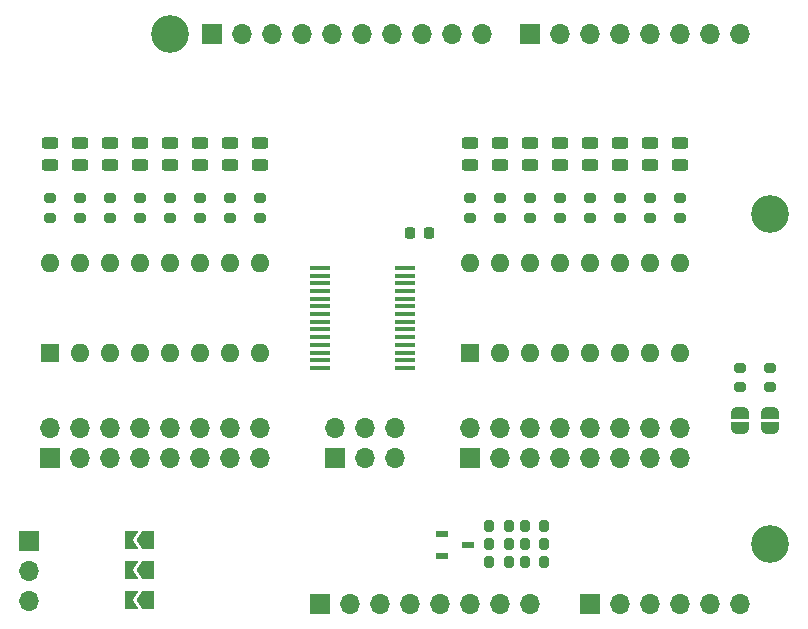
<source format=gbr>
%TF.GenerationSoftware,KiCad,Pcbnew,9.0.6*%
%TF.CreationDate,2026-01-18T16:02:07+09:00*%
%TF.ProjectId,mcp23017_testboard_arduino,6d637032-3330-4313-975f-74657374626f,rev?*%
%TF.SameCoordinates,Original*%
%TF.FileFunction,Soldermask,Top*%
%TF.FilePolarity,Negative*%
%FSLAX46Y46*%
G04 Gerber Fmt 4.6, Leading zero omitted, Abs format (unit mm)*
G04 Created by KiCad (PCBNEW 9.0.6) date 2026-01-18 16:02:07*
%MOMM*%
%LPD*%
G01*
G04 APERTURE LIST*
G04 Aperture macros list*
%AMRoundRect*
0 Rectangle with rounded corners*
0 $1 Rounding radius*
0 $2 $3 $4 $5 $6 $7 $8 $9 X,Y pos of 4 corners*
0 Add a 4 corners polygon primitive as box body*
4,1,4,$2,$3,$4,$5,$6,$7,$8,$9,$2,$3,0*
0 Add four circle primitives for the rounded corners*
1,1,$1+$1,$2,$3*
1,1,$1+$1,$4,$5*
1,1,$1+$1,$6,$7*
1,1,$1+$1,$8,$9*
0 Add four rect primitives between the rounded corners*
20,1,$1+$1,$2,$3,$4,$5,0*
20,1,$1+$1,$4,$5,$6,$7,0*
20,1,$1+$1,$6,$7,$8,$9,0*
20,1,$1+$1,$8,$9,$2,$3,0*%
%AMFreePoly0*
4,1,23,0.500000,-0.750000,0.000000,-0.750000,0.000000,-0.745722,-0.065263,-0.745722,-0.191342,-0.711940,-0.304381,-0.646677,-0.396677,-0.554381,-0.461940,-0.441342,-0.495722,-0.315263,-0.495722,-0.250000,-0.500000,-0.250000,-0.500000,0.250000,-0.495722,0.250000,-0.495722,0.315263,-0.461940,0.441342,-0.396677,0.554381,-0.304381,0.646677,-0.191342,0.711940,-0.065263,0.745722,0.000000,0.745722,
0.000000,0.750000,0.500000,0.750000,0.500000,-0.750000,0.500000,-0.750000,$1*%
%AMFreePoly1*
4,1,23,0.000000,0.745722,0.065263,0.745722,0.191342,0.711940,0.304381,0.646677,0.396677,0.554381,0.461940,0.441342,0.495722,0.315263,0.495722,0.250000,0.500000,0.250000,0.500000,-0.250000,0.495722,-0.250000,0.495722,-0.315263,0.461940,-0.441342,0.396677,-0.554381,0.304381,-0.646677,0.191342,-0.711940,0.065263,-0.745722,0.000000,-0.745722,0.000000,-0.750000,-0.500000,-0.750000,
-0.500000,0.750000,0.000000,0.750000,0.000000,0.745722,0.000000,0.745722,$1*%
%AMFreePoly2*
4,1,6,1.000000,0.000000,0.500000,-0.750000,-0.500000,-0.750000,-0.500000,0.750000,0.500000,0.750000,1.000000,0.000000,1.000000,0.000000,$1*%
%AMFreePoly3*
4,1,6,0.500000,-0.750000,-0.650000,-0.750000,-0.150000,0.000000,-0.650000,0.750000,0.500000,0.750000,0.500000,-0.750000,0.500000,-0.750000,$1*%
G04 Aperture macros list end*
%ADD10R,1.700000X1.700000*%
%ADD11O,1.700000X1.700000*%
%ADD12RoundRect,0.200000X-0.275000X0.200000X-0.275000X-0.200000X0.275000X-0.200000X0.275000X0.200000X0*%
%ADD13R,1.600000X1.600000*%
%ADD14O,1.600000X1.600000*%
%ADD15RoundRect,0.243750X-0.456250X0.243750X-0.456250X-0.243750X0.456250X-0.243750X0.456250X0.243750X0*%
%ADD16R,1.100000X0.600000*%
%ADD17FreePoly0,270.000000*%
%ADD18FreePoly1,270.000000*%
%ADD19RoundRect,0.200000X0.275000X-0.200000X0.275000X0.200000X-0.275000X0.200000X-0.275000X-0.200000X0*%
%ADD20FreePoly2,180.000000*%
%ADD21FreePoly3,180.000000*%
%ADD22RoundRect,0.200000X-0.200000X-0.275000X0.200000X-0.275000X0.200000X0.275000X-0.200000X0.275000X0*%
%ADD23C,3.200000*%
%ADD24R,1.750000X0.450000*%
%ADD25RoundRect,0.225000X0.225000X0.250000X-0.225000X0.250000X-0.225000X-0.250000X0.225000X-0.250000X0*%
G04 APERTURE END LIST*
D10*
%TO.C,J1*%
X127940000Y-97460000D03*
D11*
X130480000Y-97460000D03*
X133020000Y-97460000D03*
X135560000Y-97460000D03*
X138100000Y-97460000D03*
X140640000Y-97460000D03*
X143180000Y-97460000D03*
X145720000Y-97460000D03*
%TD*%
D10*
%TO.C,J3*%
X150800000Y-97460000D03*
D11*
X153340000Y-97460000D03*
X155880000Y-97460000D03*
X158420000Y-97460000D03*
X160960000Y-97460000D03*
X163500000Y-97460000D03*
%TD*%
D10*
%TO.C,J2*%
X118796000Y-49200000D03*
D11*
X121336000Y-49200000D03*
X123876000Y-49200000D03*
X126416000Y-49200000D03*
X128956000Y-49200000D03*
X131496000Y-49200000D03*
X134036000Y-49200000D03*
X136576000Y-49200000D03*
X139116000Y-49200000D03*
X141656000Y-49200000D03*
%TD*%
D10*
%TO.C,J4*%
X145720000Y-49200000D03*
D11*
X148260000Y-49200000D03*
X150800000Y-49200000D03*
X153340000Y-49200000D03*
X155880000Y-49200000D03*
X158420000Y-49200000D03*
X160960000Y-49200000D03*
X163500000Y-49200000D03*
%TD*%
D12*
%TO.C,R1*%
X163500000Y-77470000D03*
X163500000Y-79120000D03*
%TD*%
D10*
%TO.C,J5*%
X129210000Y-85090000D03*
D11*
X129210000Y-82550000D03*
X131750000Y-85090000D03*
X131750000Y-82550000D03*
X134290000Y-85090000D03*
X134290000Y-82550000D03*
%TD*%
D13*
%TO.C,SW1*%
X140640000Y-76200000D03*
D14*
X143180000Y-76200000D03*
X145720000Y-76200000D03*
X148260000Y-76200000D03*
X150800000Y-76200000D03*
X153340000Y-76200000D03*
X155880000Y-76200000D03*
X158420000Y-76200000D03*
X158420000Y-68580000D03*
X155880000Y-68580000D03*
X153340000Y-68580000D03*
X150800000Y-68580000D03*
X148260000Y-68580000D03*
X145720000Y-68580000D03*
X143180000Y-68580000D03*
X140640000Y-68580000D03*
%TD*%
D15*
%TO.C,D16*%
X122860000Y-58420000D03*
X122860000Y-60295000D03*
%TD*%
D16*
%TO.C,Q1*%
X138207000Y-91506000D03*
X138207000Y-93406000D03*
X140407000Y-92456000D03*
%TD*%
D17*
%TO.C,JP2*%
X166040000Y-81280000D03*
D18*
X166040000Y-82580000D03*
%TD*%
D15*
%TO.C,D5*%
X150800000Y-58420000D03*
X150800000Y-60295000D03*
%TD*%
D19*
%TO.C,R11*%
X153325000Y-64770000D03*
X153325000Y-63120000D03*
%TD*%
D17*
%TO.C,JP1*%
X163500000Y-81280000D03*
D18*
X163500000Y-82580000D03*
%TD*%
D19*
%TO.C,R8*%
X145705000Y-64770000D03*
X145705000Y-63120000D03*
%TD*%
D15*
%TO.C,D8*%
X158420000Y-58420000D03*
X158420000Y-60295000D03*
%TD*%
D19*
%TO.C,R15*%
X107620000Y-64770000D03*
X107620000Y-63120000D03*
%TD*%
D15*
%TO.C,D1*%
X140640000Y-58420000D03*
X140640000Y-60295000D03*
%TD*%
D19*
%TO.C,R7*%
X143165000Y-64770000D03*
X143165000Y-63120000D03*
%TD*%
D20*
%TO.C,JP7*%
X113335000Y-94615000D03*
D21*
X111885000Y-94615000D03*
%TD*%
D15*
%TO.C,D13*%
X115240000Y-58420000D03*
X115240000Y-60295000D03*
%TD*%
%TO.C,D7*%
X155880000Y-58420000D03*
X155880000Y-60295000D03*
%TD*%
%TO.C,D3*%
X145720000Y-58420000D03*
X145720000Y-60295000D03*
%TD*%
D22*
%TO.C,R4*%
X145262800Y-92379800D03*
X146912800Y-92379800D03*
%TD*%
%TO.C,R23*%
X142241200Y-92379800D03*
X143891200Y-92379800D03*
%TD*%
D15*
%TO.C,D11*%
X110160000Y-58420000D03*
X110160000Y-60295000D03*
%TD*%
D19*
%TO.C,R6*%
X140625000Y-64770000D03*
X140625000Y-63120000D03*
%TD*%
D23*
%TO.C,MH1*%
X115240000Y-49200000D03*
%TD*%
D10*
%TO.C,J8*%
X103302000Y-92090000D03*
D11*
X103302000Y-94630000D03*
X103302000Y-97170000D03*
%TD*%
D22*
%TO.C,R22*%
X142239200Y-90830400D03*
X143889200Y-90830400D03*
%TD*%
D19*
%TO.C,R21*%
X122860000Y-64770000D03*
X122860000Y-63120000D03*
%TD*%
%TO.C,R19*%
X117780000Y-64770000D03*
X117780000Y-63120000D03*
%TD*%
D12*
%TO.C,R2*%
X166040000Y-77470000D03*
X166040000Y-79120000D03*
%TD*%
D19*
%TO.C,R10*%
X150785000Y-64770000D03*
X150785000Y-63120000D03*
%TD*%
D20*
%TO.C,JP8*%
X113335000Y-97155000D03*
D21*
X111885000Y-97155000D03*
%TD*%
D22*
%TO.C,R24*%
X142241200Y-93903800D03*
X143891200Y-93903800D03*
%TD*%
D19*
%TO.C,R17*%
X112700000Y-64770000D03*
X112700000Y-63120000D03*
%TD*%
%TO.C,R16*%
X110160000Y-64770000D03*
X110160000Y-63120000D03*
%TD*%
D15*
%TO.C,D10*%
X107620000Y-58420000D03*
X107620000Y-60295000D03*
%TD*%
%TO.C,D15*%
X120320000Y-58420000D03*
X120320000Y-60295000D03*
%TD*%
D19*
%TO.C,R20*%
X120320000Y-64770000D03*
X120320000Y-63120000D03*
%TD*%
%TO.C,R18*%
X115240000Y-64770000D03*
X115240000Y-63120000D03*
%TD*%
D15*
%TO.C,D14*%
X117780000Y-58420000D03*
X117780000Y-60295000D03*
%TD*%
%TO.C,D4*%
X148260000Y-58420000D03*
X148260000Y-60295000D03*
%TD*%
D10*
%TO.C,J7*%
X105080000Y-85090000D03*
D11*
X105080000Y-82550000D03*
X107620000Y-85090000D03*
X107620000Y-82550000D03*
X110160000Y-85090000D03*
X110160000Y-82550000D03*
X112700000Y-85090000D03*
X112700000Y-82550000D03*
X115240000Y-85090000D03*
X115240000Y-82550000D03*
X117780000Y-85090000D03*
X117780000Y-82550000D03*
X120320000Y-85090000D03*
X120320000Y-82550000D03*
X122860000Y-85090000D03*
X122860000Y-82550000D03*
%TD*%
D20*
%TO.C,JP6*%
X113335000Y-92075000D03*
D21*
X111885000Y-92075000D03*
%TD*%
D10*
%TO.C,J6*%
X140640000Y-85090000D03*
D11*
X140640000Y-82550000D03*
X143180000Y-85090000D03*
X143180000Y-82550000D03*
X145720000Y-85090000D03*
X145720000Y-82550000D03*
X148260000Y-85090000D03*
X148260000Y-82550000D03*
X150800000Y-85090000D03*
X150800000Y-82550000D03*
X153340000Y-85090000D03*
X153340000Y-82550000D03*
X155880000Y-85090000D03*
X155880000Y-82550000D03*
X158420000Y-85090000D03*
X158420000Y-82550000D03*
%TD*%
D19*
%TO.C,R9*%
X148245000Y-64770000D03*
X148245000Y-63120000D03*
%TD*%
D22*
%TO.C,R3*%
X145262800Y-90830400D03*
X146912800Y-90830400D03*
%TD*%
D15*
%TO.C,D2*%
X143180000Y-58420000D03*
X143180000Y-60295000D03*
%TD*%
D22*
%TO.C,R5*%
X145262800Y-93903800D03*
X146912800Y-93903800D03*
%TD*%
D15*
%TO.C,D9*%
X105080000Y-58420000D03*
X105080000Y-60295000D03*
%TD*%
%TO.C,D12*%
X112700000Y-58420000D03*
X112700000Y-60295000D03*
%TD*%
D13*
%TO.C,SW2*%
X105080000Y-76200000D03*
D14*
X107620000Y-76200000D03*
X110160000Y-76200000D03*
X112700000Y-76200000D03*
X115240000Y-76200000D03*
X117780000Y-76200000D03*
X120320000Y-76200000D03*
X122860000Y-76200000D03*
X122860000Y-68580000D03*
X120320000Y-68580000D03*
X117780000Y-68580000D03*
X115240000Y-68580000D03*
X112700000Y-68580000D03*
X110160000Y-68580000D03*
X107620000Y-68580000D03*
X105080000Y-68580000D03*
%TD*%
D19*
%TO.C,R14*%
X105080000Y-64770000D03*
X105080000Y-63120000D03*
%TD*%
D23*
%TO.C,MH3*%
X166040000Y-64440000D03*
%TD*%
D19*
%TO.C,R12*%
X155865000Y-64770000D03*
X155865000Y-63120000D03*
%TD*%
%TO.C,R13*%
X158405000Y-64770000D03*
X158405000Y-63120000D03*
%TD*%
D23*
%TO.C,MH4*%
X166040000Y-92380000D03*
%TD*%
D15*
%TO.C,D6*%
X153340000Y-58420000D03*
X153340000Y-60295000D03*
%TD*%
D24*
%TO.C,U1*%
X135140000Y-77470000D03*
X135140000Y-76820000D03*
X135140000Y-76170000D03*
X135140000Y-75520000D03*
X135140000Y-74870000D03*
X135140000Y-74220000D03*
X135140000Y-73570000D03*
X135140000Y-72920000D03*
X135140000Y-72270000D03*
X135140000Y-71620000D03*
X135140000Y-70970000D03*
X135140000Y-70320000D03*
X135140000Y-69670000D03*
X135140000Y-69020000D03*
X127940000Y-69020000D03*
X127940000Y-69670000D03*
X127940000Y-70320000D03*
X127940000Y-70970000D03*
X127940000Y-71620000D03*
X127940000Y-72270000D03*
X127940000Y-72920000D03*
X127940000Y-73570000D03*
X127940000Y-74220000D03*
X127940000Y-74870000D03*
X127940000Y-75520000D03*
X127940000Y-76170000D03*
X127940000Y-76820000D03*
X127940000Y-77470000D03*
%TD*%
D25*
%TO.C,C1*%
X137110000Y-66040000D03*
X135560000Y-66040000D03*
%TD*%
M02*

</source>
